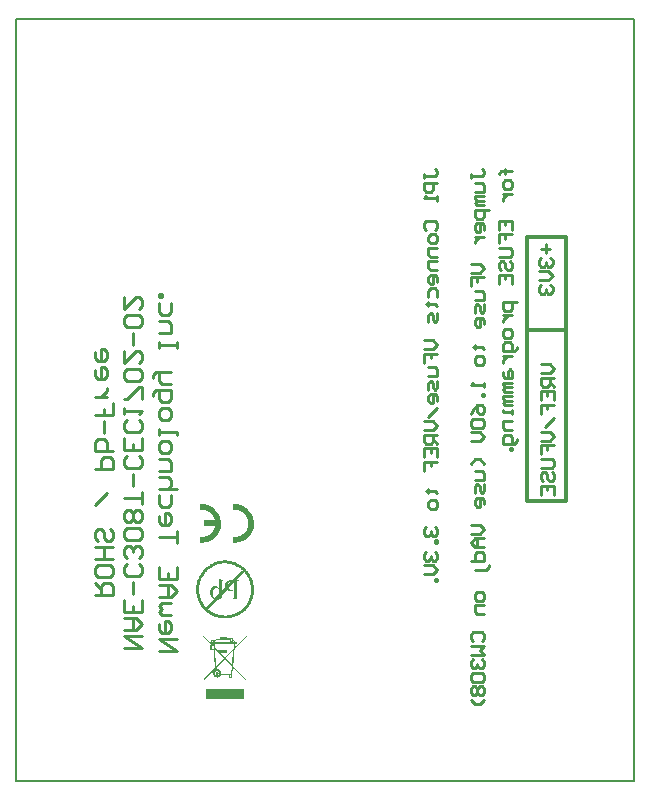
<source format=gbo>
G04*
G04 #@! TF.GenerationSoftware,Altium Limited,Altium Designer,18.1.7 (191)*
G04*
G04 Layer_Color=32896*
%FSLAX25Y25*%
%MOIN*%
G70*
G01*
G75*
%ADD13C,0.01000*%
%ADD16C,0.00500*%
%ADD67C,0.01181*%
G36*
X73541Y92377D02*
X74016Y92320D01*
X74467Y92227D01*
X74895Y92100D01*
X75300Y91961D01*
X75670Y91799D01*
X76029Y91625D01*
X76341Y91452D01*
X76631Y91278D01*
X76885Y91105D01*
X77105Y90943D01*
X77290Y90804D01*
X77429Y90677D01*
X77533Y90584D01*
X77602Y90526D01*
X77626Y90503D01*
X77961Y90144D01*
X78250Y89763D01*
X78505Y89381D01*
X78713Y88999D01*
X78898Y88606D01*
X79049Y88235D01*
X79176Y87865D01*
X79280Y87518D01*
X79350Y87194D01*
X79407Y86893D01*
X79454Y86627D01*
X79477Y86396D01*
X79488Y86292D01*
X79500Y86199D01*
Y86130D01*
X79512Y86060D01*
Y86014D01*
Y85979D01*
Y85956D01*
Y85944D01*
X79488Y85459D01*
X79431Y84984D01*
X79338Y84533D01*
X79211Y84105D01*
X79072Y83700D01*
X78910Y83330D01*
X78748Y82983D01*
X78563Y82659D01*
X78389Y82381D01*
X78227Y82126D01*
X78065Y81907D01*
X77915Y81721D01*
X77799Y81583D01*
X77707Y81467D01*
X77649Y81409D01*
X77626Y81386D01*
X77267Y81050D01*
X76885Y80761D01*
X76503Y80507D01*
X76110Y80298D01*
X75728Y80113D01*
X75346Y79963D01*
X74976Y79835D01*
X74629Y79731D01*
X74305Y79662D01*
X74004Y79604D01*
X73738Y79558D01*
X73507Y79535D01*
X73403Y79523D01*
X73310Y79512D01*
X73241D01*
X73171Y79500D01*
X72812D01*
X72708Y79512D01*
X72523D01*
X72465Y79523D01*
X72408D01*
Y81479D01*
X72627Y81455D01*
X72743Y81444D01*
X72836D01*
X72928Y81432D01*
X73055D01*
X73403Y81444D01*
X73727Y81490D01*
X74039Y81559D01*
X74340Y81640D01*
X74617Y81733D01*
X74884Y81849D01*
X75126Y81964D01*
X75346Y82092D01*
X75555Y82219D01*
X75728Y82335D01*
X75879Y82450D01*
X76006Y82543D01*
X76110Y82635D01*
X76191Y82693D01*
X76237Y82740D01*
X76249Y82751D01*
X76480Y83006D01*
X76688Y83272D01*
X76862Y83538D01*
X77012Y83816D01*
X77140Y84082D01*
X77244Y84348D01*
X77336Y84602D01*
X77406Y84845D01*
X77452Y85077D01*
X77498Y85285D01*
X77522Y85470D01*
X77545Y85632D01*
X77556Y85759D01*
X77568Y85864D01*
Y85921D01*
Y85944D01*
X77556Y86292D01*
X77510Y86616D01*
X77441Y86940D01*
X77360Y87240D01*
X77267Y87518D01*
X77151Y87784D01*
X77036Y88027D01*
X76908Y88247D01*
X76781Y88444D01*
X76665Y88617D01*
X76550Y88779D01*
X76457Y88906D01*
X76364Y88999D01*
X76307Y89080D01*
X76260Y89126D01*
X76249Y89138D01*
X75994Y89369D01*
X75728Y89578D01*
X75462Y89751D01*
X75184Y89913D01*
X74918Y90040D01*
X74652Y90144D01*
X74398Y90237D01*
X74155Y90306D01*
X73923Y90353D01*
X73715Y90399D01*
X73530Y90434D01*
X73368Y90445D01*
X73241Y90457D01*
X73137Y90468D01*
X73055D01*
X72812Y90457D01*
X72708D01*
X72604Y90445D01*
X72523Y90434D01*
X72465D01*
X72419Y90422D01*
X72408D01*
Y92366D01*
X72627Y92389D01*
X72732D01*
X72836Y92400D01*
X73055D01*
X73541Y92377D01*
D02*
G37*
G36*
X62573D02*
X63047Y92320D01*
X63499Y92227D01*
X63927Y92100D01*
X64332Y91961D01*
X64702Y91799D01*
X65049Y91625D01*
X65373Y91452D01*
X65651Y91278D01*
X65905Y91105D01*
X66125Y90943D01*
X66310Y90804D01*
X66449Y90677D01*
X66565Y90584D01*
X66623Y90526D01*
X66646Y90503D01*
X66981Y90144D01*
X67270Y89763D01*
X67525Y89381D01*
X67733Y88999D01*
X67918Y88606D01*
X68069Y88235D01*
X68196Y87865D01*
X68300Y87518D01*
X68370Y87194D01*
X68427Y86893D01*
X68474Y86627D01*
X68497Y86396D01*
X68508Y86292D01*
X68520Y86199D01*
Y86130D01*
X68532Y86060D01*
Y86014D01*
Y85979D01*
Y85956D01*
Y85944D01*
X68508Y85459D01*
X68451Y84984D01*
X68358Y84533D01*
X68231Y84105D01*
X68092Y83700D01*
X67930Y83330D01*
X67768Y82983D01*
X67583Y82659D01*
X67409Y82381D01*
X67247Y82126D01*
X67085Y81907D01*
X66935Y81721D01*
X66819Y81583D01*
X66727Y81467D01*
X66669Y81409D01*
X66646Y81386D01*
X66287Y81050D01*
X65905Y80761D01*
X65523Y80507D01*
X65142Y80298D01*
X64748Y80113D01*
X64378Y79963D01*
X64008Y79835D01*
X63661Y79731D01*
X63337Y79662D01*
X63036Y79604D01*
X62770Y79558D01*
X62538Y79535D01*
X62434Y79523D01*
X62342Y79512D01*
X62272D01*
X62203Y79500D01*
X61844D01*
X61740Y79512D01*
X61555D01*
X61497Y79523D01*
X61439D01*
X61451Y81479D01*
X61671Y81455D01*
X61775Y81444D01*
X61879D01*
X61960Y81432D01*
X62087D01*
X62376Y81444D01*
X62666Y81479D01*
X62943Y81525D01*
X63198Y81583D01*
X63452Y81664D01*
X63684Y81745D01*
X63904Y81837D01*
X64100Y81930D01*
X64285Y82022D01*
X64447Y82115D01*
X64586Y82196D01*
X64702Y82277D01*
X64794Y82335D01*
X64864Y82381D01*
X64910Y82416D01*
X64922Y82427D01*
X65142Y82624D01*
X65350Y82821D01*
X65523Y83029D01*
X65685Y83249D01*
X65836Y83457D01*
X65963Y83677D01*
X66079Y83885D01*
X66171Y84082D01*
X66252Y84267D01*
X66322Y84440D01*
X66380Y84591D01*
X66426Y84730D01*
X66461Y84834D01*
X66484Y84915D01*
X66495Y84961D01*
Y84984D01*
X62723D01*
Y86916D01*
X66495D01*
X66426Y87206D01*
X66333Y87472D01*
X66229Y87738D01*
X66114Y87981D01*
X65986Y88201D01*
X65859Y88409D01*
X65720Y88606D01*
X65593Y88779D01*
X65466Y88941D01*
X65338Y89080D01*
X65234Y89196D01*
X65130Y89288D01*
X65049Y89369D01*
X64991Y89427D01*
X64945Y89462D01*
X64933Y89473D01*
X64690Y89647D01*
X64447Y89797D01*
X64205Y89936D01*
X63961Y90052D01*
X63718Y90144D01*
X63487Y90225D01*
X63256Y90295D01*
X63036Y90341D01*
X62839Y90387D01*
X62654Y90411D01*
X62492Y90434D01*
X62353Y90457D01*
X62238D01*
X62157Y90468D01*
X62087D01*
X61844Y90457D01*
X61740D01*
X61636Y90445D01*
X61555Y90434D01*
X61497D01*
X61451Y90422D01*
X61439D01*
Y92366D01*
X61578Y92377D01*
X61694Y92389D01*
X61809D01*
X61902Y92400D01*
X62087D01*
X62573Y92377D01*
D02*
G37*
G36*
X70198Y73573D02*
X70568Y73550D01*
X70927Y73515D01*
X71274Y73457D01*
X71621Y73400D01*
X71945Y73318D01*
X72593Y73145D01*
X73194Y72925D01*
X73761Y72682D01*
X74282Y72428D01*
X74525Y72300D01*
X74756Y72162D01*
X74976Y72034D01*
X75184Y71895D01*
X75381Y71768D01*
X75566Y71641D01*
X75740Y71514D01*
X75902Y71398D01*
X76041Y71282D01*
X76168Y71178D01*
X76284Y71086D01*
X76388Y71004D01*
X76480Y70924D01*
X76550Y70866D01*
X76608Y70808D01*
X76642Y70773D01*
X76665Y70750D01*
X76677Y70738D01*
X76932Y70472D01*
X77174Y70195D01*
X77394Y69917D01*
X77614Y69628D01*
X77799Y69339D01*
X77984Y69061D01*
X78158Y68760D01*
X78308Y68471D01*
X78447Y68181D01*
X78586Y67892D01*
X78806Y67325D01*
X79002Y66782D01*
X79141Y66261D01*
X79269Y65763D01*
X79315Y65532D01*
X79350Y65312D01*
X79384Y65115D01*
X79419Y64919D01*
X79442Y64734D01*
X79454Y64572D01*
X79465Y64421D01*
X79477Y64294D01*
X79488Y64178D01*
Y64074D01*
X79500Y64005D01*
Y63947D01*
Y63912D01*
Y63901D01*
X79488Y63530D01*
X79465Y63160D01*
X79431Y62801D01*
X79373Y62454D01*
X79315Y62107D01*
X79234Y61783D01*
X79060Y61135D01*
X78841Y60534D01*
X78609Y59967D01*
X78355Y59446D01*
X78216Y59203D01*
X78088Y58972D01*
X77961Y58752D01*
X77822Y58544D01*
X77695Y58347D01*
X77568Y58162D01*
X77452Y57988D01*
X77336Y57826D01*
X77221Y57687D01*
X77117Y57560D01*
X77024Y57445D01*
X76932Y57340D01*
X76862Y57248D01*
X76793Y57178D01*
X76746Y57121D01*
X76712Y57086D01*
X76688Y57063D01*
X76677Y57051D01*
X76411Y56797D01*
X76133Y56554D01*
X75855Y56322D01*
X75566Y56114D01*
X75277Y55917D01*
X74988Y55732D01*
X74699Y55570D01*
X74409Y55408D01*
X74120Y55269D01*
X73831Y55142D01*
X73264Y54911D01*
X72708Y54725D01*
X72188Y54575D01*
X71702Y54459D01*
X71470Y54402D01*
X71251Y54367D01*
X71042Y54332D01*
X70846Y54309D01*
X70661Y54274D01*
X70499Y54263D01*
X70348Y54251D01*
X70221Y54240D01*
X70105Y54228D01*
X70001D01*
X69932Y54216D01*
X69828D01*
X69457Y54228D01*
X69087Y54251D01*
X68728Y54286D01*
X68381Y54344D01*
X68046Y54402D01*
X67710Y54483D01*
X67074Y54656D01*
X66472Y54876D01*
X65905Y55119D01*
X65385Y55374D01*
X65142Y55501D01*
X64910Y55640D01*
X64690Y55767D01*
X64482Y55894D01*
X64285Y56033D01*
X64100Y56160D01*
X63927Y56276D01*
X63765Y56392D01*
X63626Y56507D01*
X63499Y56612D01*
X63383Y56704D01*
X63279Y56785D01*
X63186Y56866D01*
X63117Y56935D01*
X63059Y56982D01*
X63024Y57016D01*
X63001Y57039D01*
X62990Y57051D01*
X62735Y57317D01*
X62492Y57595D01*
X62261Y57873D01*
X62052Y58162D01*
X61856Y58451D01*
X61671Y58740D01*
X61497Y59030D01*
X61347Y59319D01*
X61196Y59608D01*
X61069Y59897D01*
X60838Y60464D01*
X60653Y61020D01*
X60502Y61540D01*
X60386Y62026D01*
X60329Y62258D01*
X60294Y62477D01*
X60259Y62686D01*
X60224Y62882D01*
X60201Y63068D01*
X60190Y63230D01*
X60178Y63380D01*
X60167Y63507D01*
X60155Y63623D01*
X60143Y63727D01*
Y63796D01*
Y63854D01*
Y63889D01*
Y63901D01*
X60155Y64271D01*
X60178Y64641D01*
X60213Y65000D01*
X60271Y65347D01*
X60329Y65682D01*
X60409Y66018D01*
X60583Y66654D01*
X60803Y67256D01*
X61046Y67823D01*
X61300Y68343D01*
X61428Y68586D01*
X61567Y68818D01*
X61694Y69038D01*
X61833Y69246D01*
X61960Y69443D01*
X62087Y69628D01*
X62214Y69801D01*
X62330Y69963D01*
X62446Y70102D01*
X62550Y70229D01*
X62643Y70345D01*
X62723Y70449D01*
X62805Y70542D01*
X62862Y70611D01*
X62920Y70669D01*
X62955Y70704D01*
X62978Y70727D01*
X62990Y70738D01*
X63256Y70993D01*
X63533Y71236D01*
X63811Y71467D01*
X64100Y71676D01*
X64390Y71872D01*
X64667Y72057D01*
X64968Y72231D01*
X65257Y72381D01*
X65547Y72532D01*
X65836Y72659D01*
X66403Y72890D01*
X66947Y73076D01*
X67467Y73226D01*
X67965Y73342D01*
X68196Y73400D01*
X68416Y73434D01*
X68613Y73469D01*
X68809Y73504D01*
X68994Y73527D01*
X69156Y73538D01*
X69307Y73550D01*
X69434Y73562D01*
X69550Y73573D01*
X69654Y73585D01*
X69828D01*
X70198Y73573D01*
D02*
G37*
G36*
X77000Y48222D02*
X73078Y44138D01*
X72962Y43038D01*
X72719Y40366D01*
X72522Y38445D01*
X76722Y34130D01*
X76433Y33852D01*
X72488Y37901D01*
X72256Y35414D01*
X72129D01*
Y34465D01*
X71250D01*
Y35414D01*
X68531D01*
X68427Y35229D01*
X68299Y35044D01*
X68103Y34835D01*
X67848Y34662D01*
X67559Y34569D01*
X67281Y34535D01*
X66992Y34546D01*
X66784Y34604D01*
X66541Y34708D01*
X66333Y34835D01*
X66171Y34997D01*
X66009Y35229D01*
X65893Y35483D01*
X65823Y35726D01*
X65800Y35923D01*
X65823Y36166D01*
X65858Y36351D01*
X65927Y36525D01*
X66032Y36721D01*
X66147Y36883D01*
X66309Y37034D01*
X66483Y37149D01*
X66645Y37230D01*
X66622Y37439D01*
X63162Y33852D01*
X62873Y34141D01*
X66587Y37982D01*
X66286Y41338D01*
X66078Y43767D01*
X64967D01*
Y45329D01*
X65256D01*
X62445Y48222D01*
X62734Y48500D01*
X65384Y45769D01*
Y45966D01*
X65326Y46012D01*
X65256Y46058D01*
X65187Y46128D01*
X65118Y46209D01*
X65083Y46313D01*
X65048Y46405D01*
X65037Y46521D01*
X65060Y46672D01*
X65095Y46753D01*
X65199Y46914D01*
X65314Y47019D01*
X65465Y47088D01*
X65627Y47111D01*
X65789Y47088D01*
X65927Y47030D01*
X66043Y46961D01*
X66101Y46891D01*
X66205Y46984D01*
X66379Y47100D01*
X66587Y47204D01*
X66888Y47319D01*
X67212Y47412D01*
X67536Y47481D01*
X67883Y47539D01*
X68160Y47574D01*
Y47921D01*
X70382D01*
Y47620D01*
X70556D01*
X70845Y47585D01*
X71146Y47551D01*
X71435Y47504D01*
Y47690D01*
X72395D01*
Y47238D01*
X72511Y47181D01*
X72661Y47111D01*
X72835Y47007D01*
X72974Y46914D01*
X73101Y46799D01*
X73194Y46718D01*
X73251Y46637D01*
X73298Y46544D01*
X73274Y46382D01*
X73830D01*
Y45676D01*
X73217D01*
X73124Y44762D01*
X76711Y48500D01*
X77000Y48222D01*
D02*
G37*
G36*
X76155Y30647D02*
Y30589D01*
Y30508D01*
Y30427D01*
Y30335D01*
Y30254D01*
Y30196D01*
Y30184D01*
Y30173D01*
Y29791D01*
Y29606D01*
Y29432D01*
Y29293D01*
Y29178D01*
Y29131D01*
Y29097D01*
Y29085D01*
Y29074D01*
Y28854D01*
Y28657D01*
Y28472D01*
Y28310D01*
Y28171D01*
Y28078D01*
Y28009D01*
Y27997D01*
Y27986D01*
Y27824D01*
Y27708D01*
Y27616D01*
Y27558D01*
Y27523D01*
Y27512D01*
Y27500D01*
X63509D01*
Y27523D01*
Y27581D01*
Y27650D01*
Y27743D01*
Y27836D01*
Y27905D01*
Y27963D01*
Y27986D01*
Y28368D01*
Y28553D01*
Y28715D01*
Y28865D01*
Y28969D01*
Y29016D01*
Y29050D01*
Y29062D01*
Y29074D01*
Y29293D01*
Y29502D01*
Y29687D01*
Y29849D01*
Y29987D01*
Y30092D01*
Y30149D01*
Y30173D01*
Y30265D01*
Y30335D01*
Y30462D01*
Y30555D01*
Y30612D01*
Y30647D01*
Y30659D01*
Y30670D01*
X76155D01*
Y30647D01*
D02*
G37*
%LPC*%
G36*
X75624Y70403D02*
X75618Y70397D01*
X75740Y70287D01*
X75983Y70056D01*
X75624Y70403D01*
D02*
G37*
G36*
X75983Y70056D02*
X75995Y70043D01*
X76006Y70021D01*
X76041Y69986D01*
X76087Y69940D01*
X76145Y69871D01*
X76214Y69801D01*
X76295Y69709D01*
X76307Y69720D01*
X75995Y70043D01*
X75994Y70044D01*
X75983Y70056D01*
D02*
G37*
G36*
X69990Y72613D02*
X69828D01*
X69492Y72601D01*
X69168Y72590D01*
X68844Y72555D01*
X68532Y72509D01*
X67918Y72381D01*
X67340Y72219D01*
X66796Y72023D01*
X66299Y71803D01*
X65824Y71571D01*
X65396Y71340D01*
X65014Y71097D01*
X64829Y70981D01*
X64667Y70866D01*
X64517Y70750D01*
X64378Y70646D01*
X64239Y70553D01*
X64123Y70461D01*
X64019Y70368D01*
X63927Y70287D01*
X63857Y70229D01*
X63788Y70171D01*
X63742Y70114D01*
X63707Y70091D01*
X63684Y70067D01*
X63672Y70056D01*
X63441Y69813D01*
X63221Y69570D01*
X63013Y69315D01*
X62828Y69061D01*
X62654Y68806D01*
X62492Y68540D01*
X62330Y68286D01*
X62191Y68019D01*
X61948Y67499D01*
X61740Y66990D01*
X61567Y66492D01*
X61439Y66029D01*
X61323Y65578D01*
X61254Y65173D01*
X61219Y64988D01*
X61196Y64815D01*
X61173Y64653D01*
X61150Y64502D01*
X61138Y64375D01*
X61127Y64248D01*
Y64144D01*
X61115Y64062D01*
Y63993D01*
Y63947D01*
Y63912D01*
Y63901D01*
X61127Y63565D01*
X61138Y63241D01*
X61173Y62917D01*
X61219Y62605D01*
X61347Y61992D01*
X61509Y61413D01*
X61705Y60869D01*
X61925Y60360D01*
X62157Y59897D01*
X62388Y59469D01*
X62631Y59076D01*
X62747Y58902D01*
X62862Y58729D01*
X62978Y58578D01*
X63082Y58439D01*
X63175Y58312D01*
X63267Y58185D01*
X63333Y58112D01*
X66009Y60788D01*
X65870Y60881D01*
X65743Y60973D01*
X65697Y61020D01*
X65662Y61054D01*
X65639Y61066D01*
X65628Y61077D01*
X65489Y61216D01*
X65373Y61355D01*
X65269Y61506D01*
X65188Y61668D01*
X65107Y61818D01*
X65049Y61968D01*
X64956Y62269D01*
X64922Y62408D01*
X64899Y62524D01*
X64887Y62639D01*
X64876Y62744D01*
X64864Y62813D01*
Y62882D01*
Y62917D01*
Y62929D01*
Y63114D01*
X64887Y63287D01*
X64945Y63588D01*
X65026Y63866D01*
X65061Y63981D01*
X65107Y64086D01*
X65153Y64178D01*
X65200Y64259D01*
X65246Y64329D01*
X65280Y64386D01*
X65315Y64433D01*
X65338Y64468D01*
X65350Y64479D01*
X65361Y64491D01*
X65454Y64595D01*
X65558Y64687D01*
X65651Y64757D01*
X65755Y64826D01*
X65952Y64930D01*
X66125Y65000D01*
X66287Y65034D01*
X66403Y65058D01*
X66449Y65069D01*
X66518D01*
X66657Y65058D01*
X66785Y65034D01*
X66912Y64988D01*
X67039Y64930D01*
X67270Y64791D01*
X67479Y64630D01*
X67641Y64468D01*
X67710Y64398D01*
X67768Y64329D01*
X67814Y64271D01*
X67849Y64224D01*
X67872Y64201D01*
X67884Y64190D01*
Y67325D01*
X68092D01*
X69388Y66793D01*
X69318Y66631D01*
X69191Y66677D01*
X69087Y66689D01*
X69018Y66701D01*
X68994D01*
X68914Y66689D01*
X68856Y66677D01*
X68809Y66654D01*
X68798Y66643D01*
X68752Y66573D01*
X68717Y66504D01*
X68705Y66434D01*
X68694Y66423D01*
Y66411D01*
X68682Y66377D01*
Y66319D01*
X68670Y66203D01*
Y66053D01*
X68659Y65891D01*
Y65752D01*
Y65624D01*
Y65578D01*
Y65544D01*
Y65520D01*
Y65509D01*
Y63438D01*
X69804Y64595D01*
X69747Y64815D01*
X69723Y64930D01*
X69712Y65023D01*
X69700Y65115D01*
Y65185D01*
Y65231D01*
Y65243D01*
X69712Y65451D01*
X69758Y65636D01*
X69804Y65810D01*
X69874Y65948D01*
X69932Y66076D01*
X69990Y66157D01*
X70036Y66215D01*
X70047Y66238D01*
X70186Y66388D01*
X70325Y66515D01*
X70464Y66619D01*
X70591Y66701D01*
X70707Y66758D01*
X70799Y66805D01*
X70857Y66828D01*
X70880Y66839D01*
X71089Y66897D01*
X71308Y66944D01*
X71528Y66967D01*
X71748Y66990D01*
X71945Y67001D01*
X72026Y67013D01*
X72234D01*
X75618Y70397D01*
X75497Y70507D01*
X75242Y70715D01*
X74988Y70900D01*
X74722Y71074D01*
X74467Y71236D01*
X74201Y71398D01*
X73946Y71537D01*
X73426Y71780D01*
X72917Y71988D01*
X72419Y72162D01*
X71945Y72289D01*
X71505Y72404D01*
X71100Y72474D01*
X70915Y72509D01*
X70741Y72532D01*
X70579Y72555D01*
X70429Y72578D01*
X70290Y72590D01*
X70175Y72601D01*
X70070D01*
X69990Y72613D01*
D02*
G37*
G36*
X71817Y66596D02*
X71679Y66550D01*
X71551Y66504D01*
X71505Y66481D01*
X71470Y66469D01*
X71447Y66446D01*
X71436D01*
X71332Y66377D01*
X71227Y66295D01*
X71147Y66203D01*
X71077Y66122D01*
X71019Y66041D01*
X70985Y65972D01*
X70961Y65925D01*
X70950Y65914D01*
X70892Y65786D01*
X70857Y65706D01*
X70846Y65648D01*
X70834Y65624D01*
X71817Y66596D01*
D02*
G37*
G36*
X72766Y66168D02*
X70973Y64386D01*
X71031Y64294D01*
X71089Y64224D01*
X71123Y64178D01*
X71135Y64167D01*
X71274Y64039D01*
X71424Y63935D01*
X71563Y63866D01*
X71690Y63820D01*
X71806Y63796D01*
X71899Y63785D01*
X71956Y63773D01*
X71979D01*
X72084Y63785D01*
X72199Y63796D01*
X72246D01*
X72280Y63808D01*
X72315D01*
X72465Y63820D01*
X72616Y63843D01*
X72674Y63854D01*
X72720Y63866D01*
X72755Y63877D01*
X72766D01*
Y66168D01*
D02*
G37*
G36*
X66981Y64386D02*
X66889D01*
X66715Y64363D01*
X66565Y64317D01*
X66426Y64248D01*
X66299Y64167D01*
X66194Y64086D01*
X66125Y64016D01*
X66067Y63970D01*
X66056Y63947D01*
X65928Y63762D01*
X65836Y63553D01*
X65766Y63345D01*
X65720Y63137D01*
X65697Y62952D01*
X65685Y62871D01*
X65674Y62801D01*
Y62744D01*
Y62697D01*
Y62674D01*
Y62663D01*
X65685Y62350D01*
X65732Y62072D01*
X65790Y61830D01*
X65859Y61644D01*
X65940Y61494D01*
X65998Y61390D01*
X66044Y61320D01*
X66056Y61297D01*
X66125Y61193D01*
X66194Y61124D01*
X66252Y61066D01*
X66264Y61054D01*
X66276D01*
X67884Y62651D01*
Y63889D01*
X67768Y63993D01*
X67676Y64074D01*
X67583Y64132D01*
X67514Y64190D01*
X67456Y64224D01*
X67421Y64248D01*
X67398Y64271D01*
X67386D01*
X67201Y64340D01*
X67120Y64363D01*
X67039Y64375D01*
X66981Y64386D01*
D02*
G37*
G36*
X76295Y69709D02*
X73599Y67013D01*
X74583D01*
Y66839D01*
X74340D01*
X74212Y66828D01*
X74108Y66805D01*
X74004Y66770D01*
X73935Y66735D01*
X73877Y66701D01*
X73831Y66666D01*
X73808Y66643D01*
X73796Y66631D01*
X73750Y66562D01*
X73727Y66457D01*
X73703Y66330D01*
X73680Y66203D01*
Y66076D01*
X73669Y65983D01*
Y65902D01*
Y65891D01*
Y65879D01*
Y61748D01*
Y61563D01*
X73680Y61401D01*
X73692Y61286D01*
X73715Y61193D01*
X73727Y61124D01*
X73750Y61077D01*
X73761Y61054D01*
Y61043D01*
X73842Y60962D01*
X73935Y60892D01*
X74027Y60846D01*
X74120Y60823D01*
X74201Y60800D01*
X74270Y60788D01*
X74583D01*
Y60603D01*
X71841D01*
Y60788D01*
X72084D01*
X72211Y60800D01*
X72315Y60823D01*
X72408Y60846D01*
X72489Y60892D01*
X72546Y60927D01*
X72593Y60950D01*
X72616Y60973D01*
X72627Y60985D01*
X72674Y61066D01*
X72708Y61170D01*
X72732Y61297D01*
X72743Y61425D01*
X72755Y61552D01*
X72766Y61656D01*
Y61725D01*
Y61737D01*
Y61748D01*
Y63600D01*
X72639Y63577D01*
X72523Y63553D01*
X72431Y63542D01*
X72350Y63530D01*
X72280Y63519D01*
X72234Y63507D01*
X72188D01*
X71991Y63484D01*
X71899D01*
X71829Y63472D01*
X71679D01*
X71401Y63484D01*
X71147Y63530D01*
X70927Y63588D01*
X70741Y63646D01*
X70603Y63715D01*
X70499Y63762D01*
X70429Y63808D01*
X70406Y63820D01*
X68659Y62072D01*
Y61020D01*
X68508Y60927D01*
X68358Y60846D01*
X68231Y60777D01*
X68103Y60719D01*
X68011Y60672D01*
X67930Y60638D01*
X67872Y60626D01*
X67861Y60615D01*
X67722Y60568D01*
X67594Y60534D01*
X67456Y60510D01*
X67340Y60499D01*
X67247Y60487D01*
X67166Y60476D01*
X67062D01*
X64008Y57421D01*
X63661Y57745D01*
X63634Y57774D01*
X63614Y57803D01*
X63583Y57828D01*
X63634Y57774D01*
X63638Y57768D01*
X63661Y57745D01*
X63672Y57734D01*
X63915Y57502D01*
X64158Y57283D01*
X64413Y57086D01*
X64667Y56889D01*
X64922Y56716D01*
X65188Y56554D01*
X65442Y56403D01*
X65709Y56264D01*
X66229Y56021D01*
X66738Y55813D01*
X67236Y55640D01*
X67699Y55512D01*
X68150Y55397D01*
X68555Y55327D01*
X68740Y55292D01*
X68914Y55269D01*
X69075Y55246D01*
X69226Y55223D01*
X69353Y55212D01*
X69480Y55200D01*
X69585D01*
X69665Y55188D01*
X69828D01*
X70163Y55200D01*
X70487Y55223D01*
X70811Y55246D01*
X71123Y55292D01*
X71737Y55420D01*
X72303Y55582D01*
X72847Y55778D01*
X73356Y55998D01*
X73831Y56230D01*
X74259Y56461D01*
X74641Y56704D01*
X74814Y56820D01*
X74988Y56924D01*
X75138Y57039D01*
X75277Y57144D01*
X75404Y57248D01*
X75532Y57340D01*
X75636Y57421D01*
X75728Y57502D01*
X75798Y57572D01*
X75867Y57630D01*
X75913Y57676D01*
X75948Y57711D01*
X75971Y57722D01*
X75983Y57734D01*
X76214Y57977D01*
X76434Y58220D01*
X76631Y58474D01*
X76827Y58729D01*
X77001Y58995D01*
X77163Y59249D01*
X77325Y59516D01*
X77464Y59782D01*
X77707Y60302D01*
X77915Y60811D01*
X78088Y61309D01*
X78216Y61772D01*
X78320Y62223D01*
X78401Y62628D01*
X78436Y62813D01*
X78459Y62986D01*
X78482Y63148D01*
X78505Y63299D01*
X78517Y63426D01*
X78528Y63553D01*
Y63658D01*
X78540Y63739D01*
Y63808D01*
Y63854D01*
Y63889D01*
Y63901D01*
X78528Y64236D01*
X78505Y64560D01*
X78482Y64884D01*
X78424Y65196D01*
X78308Y65810D01*
X78135Y66388D01*
X77950Y66932D01*
X77730Y67429D01*
X77498Y67904D01*
X77255Y68332D01*
X77024Y68714D01*
X76908Y68899D01*
X76793Y69061D01*
X76677Y69211D01*
X76573Y69350D01*
X76480Y69489D01*
X76376Y69605D01*
X76295Y69709D01*
D02*
G37*
G36*
X63333Y58112D02*
X63325Y58104D01*
X63502Y57915D01*
X63499Y57919D01*
X63441Y57988D01*
X63360Y58081D01*
X63333Y58112D01*
D02*
G37*
G36*
X63502Y57915D02*
X63556Y57849D01*
X63583Y57828D01*
X63502Y57915D01*
D02*
G37*
G36*
X69965Y47528D02*
X68554D01*
Y47296D01*
X69965D01*
Y47528D01*
D02*
G37*
G36*
X70382Y47204D02*
Y46891D01*
X68160D01*
Y47157D01*
X67698Y47088D01*
X67281Y46984D01*
X66934Y46891D01*
X66656Y46764D01*
X66437Y46637D01*
X66275Y46486D01*
Y46382D01*
X71435D01*
Y47065D01*
X71122Y47123D01*
X70775Y47169D01*
X70382Y47204D01*
D02*
G37*
G36*
X72002Y47296D02*
X71840D01*
Y46764D01*
X71990D01*
X72002Y47296D01*
D02*
G37*
G36*
X72395Y46776D02*
Y46382D01*
X72869D01*
X72881Y46452D01*
X72765Y46567D01*
X72615Y46672D01*
X72395Y46776D01*
D02*
G37*
G36*
X65684Y46706D02*
X65650D01*
X65580Y46695D01*
X65534Y46672D01*
X65488Y46648D01*
X65465Y46614D01*
X65442Y46544D01*
Y46521D01*
Y46510D01*
X65453Y46440D01*
X65476Y46394D01*
X65511Y46359D01*
X65546Y46336D01*
X65615Y46313D01*
X65650D01*
X65719Y46324D01*
X65766Y46347D01*
X65800Y46371D01*
X65823Y46417D01*
X65847Y46475D01*
Y46498D01*
Y46510D01*
X65835Y46579D01*
X65812Y46625D01*
X65789Y46660D01*
X65742Y46683D01*
X65684Y46706D01*
D02*
G37*
G36*
X66147Y44936D02*
X65372D01*
Y44172D01*
X66147D01*
Y44936D01*
D02*
G37*
G36*
X70023Y43189D02*
X67941D01*
Y43062D01*
X70023D01*
Y43189D01*
D02*
G37*
G36*
X72812Y45676D02*
X66333D01*
X66367Y45329D01*
X66541D01*
Y44589D01*
X67513Y43594D01*
X70428D01*
Y42668D01*
X68415D01*
X69757Y41280D01*
X72684Y44323D01*
X72812Y45676D01*
D02*
G37*
G36*
X72627Y43675D02*
X70035Y40991D01*
X72164Y38804D01*
X72627Y43675D01*
D02*
G37*
G36*
X66541Y44010D02*
Y43767D01*
X66494D01*
X66957Y38376D01*
X69480Y40991D01*
X67848Y42668D01*
X67513D01*
Y43004D01*
X66541Y44010D01*
D02*
G37*
G36*
X69757Y40701D02*
X67004Y37844D01*
X67050Y37346D01*
X67235Y37358D01*
X67443Y37346D01*
X67698Y37277D01*
X67941Y37149D01*
X68126Y37022D01*
X68299Y36849D01*
X68450Y36629D01*
X68577Y36351D01*
X68635Y36039D01*
X68623Y35830D01*
X71886D01*
X72118Y38272D01*
X69757Y40701D01*
D02*
G37*
G36*
X67293Y36652D02*
X67223D01*
X67096Y36640D01*
X66992Y36617D01*
X66899Y36582D01*
X66818Y36548D01*
X66749Y36490D01*
X66703Y36432D01*
X66610Y36305D01*
X66564Y36166D01*
X66541Y36062D01*
X66529Y36015D01*
Y35981D01*
Y35958D01*
Y35946D01*
X66541Y35819D01*
X66564Y35715D01*
X66599Y35622D01*
X66633Y35541D01*
X66691Y35483D01*
X66749Y35425D01*
X66876Y35344D01*
X67004Y35287D01*
X67119Y35263D01*
X67154Y35252D01*
X67223D01*
X67351Y35263D01*
X67455Y35287D01*
X67547Y35321D01*
X67628Y35356D01*
X67698Y35414D01*
X67756Y35472D01*
X67837Y35599D01*
X67894Y35726D01*
X67918Y35842D01*
X67929Y35877D01*
Y35911D01*
Y35934D01*
Y35946D01*
X67918Y36073D01*
X67894Y36178D01*
X67860Y36270D01*
X67813Y36351D01*
X67767Y36421D01*
X67709Y36478D01*
X67571Y36559D01*
X67443Y36617D01*
X67327Y36640D01*
X67293Y36652D01*
D02*
G37*
G36*
X71736Y35425D02*
X71643D01*
Y34859D01*
X71736D01*
Y35425D01*
D02*
G37*
%LPD*%
G36*
X67385Y36397D02*
X67501Y36351D01*
X67582Y36270D01*
X67640Y36189D01*
X67675Y36097D01*
X67686Y36015D01*
X67698Y35969D01*
Y35946D01*
X67675Y35796D01*
X67628Y35680D01*
X67547Y35599D01*
X67455Y35541D01*
X67374Y35506D01*
X67293Y35495D01*
X67247Y35483D01*
X67223D01*
X67073Y35506D01*
X66957Y35553D01*
X66876Y35634D01*
X66818Y35715D01*
X66784Y35796D01*
X66772Y35877D01*
X66761Y35923D01*
Y35946D01*
X66784Y36108D01*
X66830Y36224D01*
X66911Y36305D01*
X66992Y36363D01*
X67073Y36397D01*
X67154Y36409D01*
X67200Y36421D01*
X67223D01*
X67385Y36397D01*
D02*
G37*
%LPC*%
G36*
X67235Y36015D02*
X67223D01*
X67177Y36004D01*
X67165Y35981D01*
X67154Y35958D01*
Y35946D01*
X67165Y35911D01*
X67189Y35888D01*
X67212Y35877D01*
X67223D01*
X67258Y35888D01*
X67281Y35911D01*
X67293Y35934D01*
Y35946D01*
X67281Y35992D01*
X67258Y36004D01*
X67235Y36015D01*
D02*
G37*
%LPD*%
D13*
X136108Y201001D02*
Y202501D01*
Y201751D01*
X139856D01*
X140606Y202501D01*
Y203250D01*
X139856Y204000D01*
X140606Y199501D02*
X136108D01*
Y197252D01*
X136857Y196502D01*
X138357D01*
X139107Y197252D01*
Y199501D01*
X140606Y195003D02*
Y193503D01*
Y194253D01*
X136108D01*
X136857Y195003D01*
Y183756D02*
X136108Y184506D01*
Y186006D01*
X136857Y186756D01*
X139856D01*
X140606Y186006D01*
Y184506D01*
X139856Y183756D01*
X140606Y181507D02*
Y180008D01*
X139856Y179258D01*
X138357D01*
X137607Y180008D01*
Y181507D01*
X138357Y182257D01*
X139856D01*
X140606Y181507D01*
Y177759D02*
X137607D01*
Y175509D01*
X138357Y174759D01*
X140606D01*
Y173260D02*
X137607D01*
Y171011D01*
X138357Y170261D01*
X140606D01*
Y166512D02*
Y168012D01*
X139856Y168761D01*
X138357D01*
X137607Y168012D01*
Y166512D01*
X138357Y165762D01*
X139107D01*
Y168761D01*
X137607Y161264D02*
Y163513D01*
X138357Y164263D01*
X139856D01*
X140606Y163513D01*
Y161264D01*
X136857Y159014D02*
X137607D01*
Y159764D01*
Y158265D01*
Y159014D01*
X139856D01*
X140606Y158265D01*
Y156016D02*
Y153766D01*
X139856Y153016D01*
X139107Y153766D01*
Y155266D01*
X138357Y156016D01*
X137607Y155266D01*
Y153016D01*
X136108Y147018D02*
X139107D01*
X140606Y145519D01*
X139107Y144019D01*
X136108D01*
Y139521D02*
Y142520D01*
X138357D01*
Y141020D01*
Y142520D01*
X140606D01*
X137607Y138021D02*
X139856D01*
X140606Y137271D01*
Y135022D01*
X137607D01*
X140606Y133523D02*
Y131273D01*
X139856Y130524D01*
X139107Y131273D01*
Y132773D01*
X138357Y133523D01*
X137607Y132773D01*
Y130524D01*
X140606Y126775D02*
Y128274D01*
X139856Y129024D01*
X138357D01*
X137607Y128274D01*
Y126775D01*
X138357Y126025D01*
X139107D01*
Y129024D01*
X140606Y124526D02*
X137607Y121527D01*
X136108Y120027D02*
X139107D01*
X140606Y118527D01*
X139107Y117028D01*
X136108D01*
X140606Y115529D02*
X136108D01*
Y113279D01*
X136857Y112530D01*
X138357D01*
X139107Y113279D01*
Y115529D01*
Y114029D02*
X140606Y112530D01*
X136108Y108031D02*
Y111030D01*
X140606D01*
Y108031D01*
X138357Y111030D02*
Y109530D01*
X136108Y103532D02*
Y106531D01*
X138357D01*
Y105032D01*
Y106531D01*
X140606D01*
X136857Y96785D02*
X137607D01*
Y97534D01*
Y96035D01*
Y96785D01*
X139856D01*
X140606Y96035D01*
Y93036D02*
Y91536D01*
X139856Y90786D01*
X138357D01*
X137607Y91536D01*
Y93036D01*
X138357Y93786D01*
X139856D01*
X140606Y93036D01*
X136857Y84788D02*
X136108Y84039D01*
Y82539D01*
X136857Y81789D01*
X137607D01*
X138357Y82539D01*
Y83289D01*
Y82539D01*
X139107Y81789D01*
X139856D01*
X140606Y82539D01*
Y84039D01*
X139856Y84788D01*
X140606Y80290D02*
X139856D01*
Y79540D01*
X140606D01*
Y80290D01*
X136857Y76541D02*
X136108Y75791D01*
Y74292D01*
X136857Y73542D01*
X137607D01*
X138357Y74292D01*
Y75042D01*
Y74292D01*
X139107Y73542D01*
X139856D01*
X140606Y74292D01*
Y75791D01*
X139856Y76541D01*
X136108Y72043D02*
X139107D01*
X140606Y70543D01*
X139107Y69043D01*
X136108D01*
X140606Y67544D02*
X139856D01*
Y66794D01*
X140606D01*
Y67544D01*
X151704Y201001D02*
Y202501D01*
Y201751D01*
X155453D01*
X156203Y202501D01*
Y203250D01*
X155453Y204000D01*
X153204Y199501D02*
X155453D01*
X156203Y198752D01*
Y196502D01*
X153204D01*
X156203Y195003D02*
X153204D01*
Y194253D01*
X153953Y193503D01*
X156203D01*
X153953D01*
X153204Y192754D01*
X153953Y192004D01*
X156203D01*
X157702Y190504D02*
X153204D01*
Y188255D01*
X153953Y187505D01*
X155453D01*
X156203Y188255D01*
Y190504D01*
Y183756D02*
Y185256D01*
X155453Y186006D01*
X153953D01*
X153204Y185256D01*
Y183756D01*
X153953Y183007D01*
X154703D01*
Y186006D01*
X153204Y181507D02*
X156203D01*
X154703D01*
X153953Y180757D01*
X153204Y180008D01*
Y179258D01*
X151704Y172510D02*
X154703D01*
X156203Y171011D01*
X154703Y169511D01*
X151704D01*
Y165013D02*
Y168012D01*
X153953D01*
Y166512D01*
Y168012D01*
X156203D01*
X153204Y163513D02*
X155453D01*
X156203Y162763D01*
Y160514D01*
X153204D01*
X156203Y159014D02*
Y156765D01*
X155453Y156016D01*
X154703Y156765D01*
Y158265D01*
X153953Y159014D01*
X153204Y158265D01*
Y156016D01*
X156203Y152267D02*
Y153766D01*
X155453Y154516D01*
X153953D01*
X153204Y153766D01*
Y152267D01*
X153953Y151517D01*
X154703D01*
Y154516D01*
X152454Y144769D02*
X153204D01*
Y145519D01*
Y144019D01*
Y144769D01*
X155453D01*
X156203Y144019D01*
Y141020D02*
Y139521D01*
X155453Y138771D01*
X153953D01*
X153204Y139521D01*
Y141020D01*
X153953Y141770D01*
X155453D01*
X156203Y141020D01*
Y132773D02*
Y131273D01*
Y132023D01*
X151704D01*
X152454Y132773D01*
X156203Y129024D02*
X155453D01*
Y128274D01*
X156203D01*
Y129024D01*
X151704Y122276D02*
X152454Y123776D01*
X153953Y125275D01*
X155453D01*
X156203Y124526D01*
Y123026D01*
X155453Y122276D01*
X154703D01*
X153953Y123026D01*
Y125275D01*
X152454Y120777D02*
X151704Y120027D01*
Y118528D01*
X152454Y117778D01*
X155453D01*
X156203Y118528D01*
Y120027D01*
X155453Y120777D01*
X152454D01*
X151704Y116278D02*
X154703D01*
X156203Y114779D01*
X154703Y113279D01*
X151704D01*
X156203Y105782D02*
X154703Y107281D01*
X153204D01*
X151704Y105782D01*
X153204Y103532D02*
X155453D01*
X156203Y102783D01*
Y100533D01*
X153204D01*
X156203Y99034D02*
Y96785D01*
X155453Y96035D01*
X154703Y96785D01*
Y98284D01*
X153953Y99034D01*
X153204Y98284D01*
Y96035D01*
X156203Y92286D02*
Y93786D01*
X155453Y94535D01*
X153953D01*
X153204Y93786D01*
Y92286D01*
X153953Y91536D01*
X154703D01*
Y94535D01*
X151704Y85538D02*
X154703D01*
X156203Y84039D01*
X154703Y82539D01*
X151704D01*
X156203Y81040D02*
X153204D01*
X151704Y79540D01*
X153204Y78041D01*
X156203D01*
X153953D01*
Y81040D01*
X151704Y73542D02*
X156203D01*
Y75791D01*
X155453Y76541D01*
X153953D01*
X153204Y75791D01*
Y73542D01*
X157702Y72043D02*
Y71293D01*
X156953Y70543D01*
X153204D01*
X156203Y62296D02*
Y60796D01*
X155453Y60046D01*
X153953D01*
X153204Y60796D01*
Y62296D01*
X153953Y63045D01*
X155453D01*
X156203Y62296D01*
Y58547D02*
X153204D01*
Y56298D01*
X153953Y55548D01*
X156203D01*
X152454Y46551D02*
X151704Y47300D01*
Y48800D01*
X152454Y49550D01*
X155453D01*
X156203Y48800D01*
Y47300D01*
X155453Y46551D01*
X151704Y45051D02*
X156203D01*
X154703Y43552D01*
X156203Y42052D01*
X151704D01*
X152454Y40553D02*
X151704Y39803D01*
Y38303D01*
X152454Y37554D01*
X153204D01*
X153953Y38303D01*
Y39053D01*
Y38303D01*
X154703Y37554D01*
X155453D01*
X156203Y38303D01*
Y39803D01*
X155453Y40553D01*
X152454Y36054D02*
X151704Y35304D01*
Y33805D01*
X152454Y33055D01*
X155453D01*
X156203Y33805D01*
Y35304D01*
X155453Y36054D01*
X152454D01*
Y31556D02*
X151704Y30806D01*
Y29306D01*
X152454Y28557D01*
X153204D01*
X153953Y29306D01*
X154703Y28557D01*
X155453D01*
X156203Y29306D01*
Y30806D01*
X155453Y31556D01*
X154703D01*
X153953Y30806D01*
X153204Y31556D01*
X152454D01*
X153953Y30806D02*
Y29306D01*
X156203Y27057D02*
X154703Y25558D01*
X153204D01*
X151704Y27057D01*
X165500Y203250D02*
X161752D01*
X163251D01*
Y204000D01*
Y202501D01*
Y203250D01*
X161752D01*
X161002Y202501D01*
X165500Y199501D02*
Y198002D01*
X164751Y197252D01*
X163251D01*
X162501Y198002D01*
Y199501D01*
X163251Y200251D01*
X164751D01*
X165500Y199501D01*
X162501Y195753D02*
X165500D01*
X164001D01*
X163251Y195003D01*
X162501Y194253D01*
Y193503D01*
X161002Y183756D02*
Y186756D01*
X165500D01*
Y183756D01*
X163251Y186756D02*
Y185256D01*
X161002Y179258D02*
Y182257D01*
X163251D01*
Y180757D01*
Y182257D01*
X165500D01*
X161002Y177759D02*
X164751D01*
X165500Y177009D01*
Y175509D01*
X164751Y174759D01*
X161002D01*
X161752Y170261D02*
X161002Y171011D01*
Y172510D01*
X161752Y173260D01*
X162501D01*
X163251Y172510D01*
Y171011D01*
X164001Y170261D01*
X164751D01*
X165500Y171011D01*
Y172510D01*
X164751Y173260D01*
X161002Y165762D02*
Y168761D01*
X165500D01*
Y165762D01*
X163251Y168761D02*
Y167262D01*
X167000Y159764D02*
X162501D01*
Y157515D01*
X163251Y156765D01*
X164751D01*
X165500Y157515D01*
Y159764D01*
X162501Y155266D02*
X165500D01*
X164001D01*
X163251Y154516D01*
X162501Y153766D01*
Y153016D01*
X165500Y150017D02*
Y148518D01*
X164751Y147768D01*
X163251D01*
X162501Y148518D01*
Y150017D01*
X163251Y150767D01*
X164751D01*
X165500Y150017D01*
X167000Y144769D02*
Y144019D01*
X166250Y143270D01*
X162501D01*
Y145519D01*
X163251Y146269D01*
X164751D01*
X165500Y145519D01*
Y143270D01*
X162501Y141770D02*
X165500D01*
X164001D01*
X163251Y141020D01*
X162501Y140270D01*
Y139521D01*
Y136522D02*
Y135022D01*
X163251Y134273D01*
X165500D01*
Y136522D01*
X164751Y137271D01*
X164001Y136522D01*
Y134273D01*
X165500Y132773D02*
X162501D01*
Y132023D01*
X163251Y131273D01*
X165500D01*
X163251D01*
X162501Y130524D01*
X163251Y129774D01*
X165500D01*
Y128274D02*
X162501D01*
Y127525D01*
X163251Y126775D01*
X165500D01*
X163251D01*
X162501Y126025D01*
X163251Y125275D01*
X165500D01*
Y123776D02*
Y122276D01*
Y123026D01*
X162501D01*
Y123776D01*
X165500Y120027D02*
X162501D01*
Y117778D01*
X163251Y117028D01*
X165500D01*
X167000Y114029D02*
Y113279D01*
X166250Y112530D01*
X162501D01*
Y114779D01*
X163251Y115529D01*
X164751D01*
X165500Y114779D01*
Y112530D01*
Y111030D02*
X164751D01*
Y110280D01*
X165500D01*
Y111030D01*
X47695Y43500D02*
X53693D01*
X47695Y47499D01*
X53693D01*
X47695Y52497D02*
Y50498D01*
X48694Y49498D01*
X50694D01*
X51693Y50498D01*
Y52497D01*
X50694Y53497D01*
X49694D01*
Y49498D01*
X51693Y55496D02*
X48694D01*
X47695Y56496D01*
X48694Y57495D01*
X47695Y58495D01*
X48694Y59495D01*
X51693D01*
X47695Y61494D02*
X51693D01*
X53693Y63494D01*
X51693Y65493D01*
X47695D01*
X50694D01*
Y61494D01*
X53693Y71491D02*
Y67492D01*
X47695D01*
Y71491D01*
X50694Y67492D02*
Y69492D01*
X53693Y79488D02*
Y83487D01*
Y81488D01*
X47695D01*
Y88485D02*
Y86486D01*
X48694Y85486D01*
X50694D01*
X51693Y86486D01*
Y88485D01*
X50694Y89485D01*
X49694D01*
Y85486D01*
X51693Y95483D02*
Y92484D01*
X50694Y91484D01*
X48694D01*
X47695Y92484D01*
Y95483D01*
X53693Y97483D02*
X47695D01*
X50694D01*
X51693Y98482D01*
Y100482D01*
X50694Y101481D01*
X47695D01*
Y103481D02*
X51693D01*
Y106480D01*
X50694Y107479D01*
X47695D01*
Y110478D02*
Y112478D01*
X48694Y113477D01*
X50694D01*
X51693Y112478D01*
Y110478D01*
X50694Y109479D01*
X48694D01*
X47695Y110478D01*
Y115477D02*
Y117476D01*
Y116476D01*
X53693D01*
Y115477D01*
X47695Y121475D02*
Y123474D01*
X48694Y124474D01*
X50694D01*
X51693Y123474D01*
Y121475D01*
X50694Y120475D01*
X48694D01*
X47695Y121475D01*
X45695Y128472D02*
Y129472D01*
X46695Y130472D01*
X51693D01*
Y127473D01*
X50694Y126473D01*
X48694D01*
X47695Y127473D01*
Y130472D01*
X51693Y132471D02*
X48694D01*
X47695Y133471D01*
Y136470D01*
X46695D01*
X45695Y135470D01*
Y134471D01*
X47695Y136470D02*
X51693D01*
X53693Y144467D02*
Y146467D01*
Y145467D01*
X47695D01*
Y144467D01*
Y146467D01*
Y149466D02*
X51693D01*
Y152465D01*
X50694Y153464D01*
X47695D01*
X51693Y159462D02*
Y156464D01*
X50694Y155464D01*
X48694D01*
X47695Y156464D01*
Y159462D01*
Y161462D02*
X48694D01*
Y162461D01*
X47695D01*
Y161462D01*
X36098Y44500D02*
X42096D01*
X36098Y48498D01*
X42096D01*
X36098Y50498D02*
X40096D01*
X42096Y52497D01*
X40096Y54497D01*
X36098D01*
X39097D01*
Y50498D01*
X42096Y60495D02*
Y56496D01*
X36098D01*
Y60495D01*
X39097Y56496D02*
Y58495D01*
Y62494D02*
Y66493D01*
X41096Y72491D02*
X42096Y71491D01*
Y69492D01*
X41096Y68492D01*
X37097D01*
X36098Y69492D01*
Y71491D01*
X37097Y72491D01*
X41096Y74490D02*
X42096Y75490D01*
Y77489D01*
X41096Y78489D01*
X40096D01*
X39097Y77489D01*
Y76489D01*
Y77489D01*
X38097Y78489D01*
X37097D01*
X36098Y77489D01*
Y75490D01*
X37097Y74490D01*
X41096Y80488D02*
X42096Y81488D01*
Y83487D01*
X41096Y84487D01*
X37097D01*
X36098Y83487D01*
Y81488D01*
X37097Y80488D01*
X41096D01*
Y86486D02*
X42096Y87486D01*
Y89485D01*
X41096Y90485D01*
X40096D01*
X39097Y89485D01*
X38097Y90485D01*
X37097D01*
X36098Y89485D01*
Y87486D01*
X37097Y86486D01*
X38097D01*
X39097Y87486D01*
X40096Y86486D01*
X41096D01*
X39097Y87486D02*
Y89485D01*
X42096Y92484D02*
Y96483D01*
Y94484D01*
X36098D01*
X39097Y98482D02*
Y102481D01*
X41096Y108479D02*
X42096Y107479D01*
Y105480D01*
X41096Y104480D01*
X37097D01*
X36098Y105480D01*
Y107479D01*
X37097Y108479D01*
X42096Y114477D02*
Y110478D01*
X36098D01*
Y114477D01*
X39097Y110478D02*
Y112478D01*
X41096Y120475D02*
X42096Y119475D01*
Y117476D01*
X41096Y116476D01*
X37097D01*
X36098Y117476D01*
Y119475D01*
X37097Y120475D01*
X36098Y122475D02*
Y124474D01*
Y123474D01*
X42096D01*
X41096Y122475D01*
X42096Y127473D02*
Y131472D01*
X41096D01*
X37097Y127473D01*
X36098D01*
X41096Y133471D02*
X42096Y134471D01*
Y136470D01*
X41096Y137470D01*
X37097D01*
X36098Y136470D01*
Y134471D01*
X37097Y133471D01*
X41096D01*
X36098Y143468D02*
Y139469D01*
X40096Y143468D01*
X41096D01*
X42096Y142468D01*
Y140469D01*
X41096Y139469D01*
X39097Y145467D02*
Y149466D01*
X41096Y151465D02*
X42096Y152465D01*
Y154464D01*
X41096Y155464D01*
X37097D01*
X36098Y154464D01*
Y152465D01*
X37097Y151465D01*
X41096D01*
X36098Y161462D02*
Y157463D01*
X40096Y161462D01*
X41096D01*
X42096Y160462D01*
Y158463D01*
X41096Y157463D01*
X26500Y61994D02*
X32498D01*
Y64993D01*
X31498Y65993D01*
X29499D01*
X28499Y64993D01*
Y61994D01*
Y63993D02*
X26500Y65993D01*
X32498Y70991D02*
Y68992D01*
X31498Y67992D01*
X27500D01*
X26500Y68992D01*
Y70991D01*
X27500Y71991D01*
X31498D01*
X32498Y70991D01*
Y73990D02*
X26500D01*
X29499D01*
Y77989D01*
X32498D01*
X26500D01*
X31498Y83987D02*
X32498Y82987D01*
Y80988D01*
X31498Y79988D01*
X30499D01*
X29499Y80988D01*
Y82987D01*
X28499Y83987D01*
X27500D01*
X26500Y82987D01*
Y80988D01*
X27500Y79988D01*
X26500Y91984D02*
X30499Y95983D01*
X26500Y103980D02*
X32498D01*
Y106980D01*
X31498Y107979D01*
X29499D01*
X28499Y106980D01*
Y103980D01*
X32498Y109978D02*
X26500D01*
Y112978D01*
X27500Y113977D01*
X28499D01*
X29499D01*
X30499Y112978D01*
Y109978D01*
X29499Y115977D02*
Y119975D01*
X32498Y125973D02*
Y121975D01*
X29499D01*
Y123974D01*
Y121975D01*
X26500D01*
X30499Y127973D02*
X26500D01*
X28499D01*
X29499Y128972D01*
X30499Y129972D01*
Y130972D01*
X26500Y136970D02*
Y134970D01*
X27500Y133971D01*
X29499D01*
X30499Y134970D01*
Y136970D01*
X29499Y137970D01*
X28499D01*
Y133971D01*
X26500Y142968D02*
Y140969D01*
X27500Y139969D01*
X29499D01*
X30499Y140969D01*
Y142968D01*
X29499Y143967D01*
X28499D01*
Y139969D01*
X176751Y179000D02*
Y176001D01*
X175251Y177500D02*
X178250D01*
X175251Y174501D02*
X174501Y173752D01*
Y172252D01*
X175251Y171502D01*
X176001D01*
X176751Y172252D01*
Y173002D01*
Y172252D01*
X177500Y171502D01*
X178250D01*
X179000Y172252D01*
Y173752D01*
X178250Y174501D01*
X174501Y170003D02*
X177500D01*
X179000Y168503D01*
X177500Y167004D01*
X174501D01*
X175251Y165504D02*
X174501Y164755D01*
Y163255D01*
X175251Y162505D01*
X176001D01*
X176751Y163255D01*
Y164005D01*
Y163255D01*
X177500Y162505D01*
X178250D01*
X179000Y163255D01*
Y164755D01*
X178250Y165504D01*
X175001Y139000D02*
X178000D01*
X179500Y137501D01*
X178000Y136001D01*
X175001D01*
X179500Y134501D02*
X175001D01*
Y132252D01*
X175751Y131502D01*
X177251D01*
X178000Y132252D01*
Y134501D01*
Y133002D02*
X179500Y131502D01*
X175001Y127004D02*
Y130003D01*
X179500D01*
Y127004D01*
X177251Y130003D02*
Y128503D01*
X175001Y122505D02*
Y125504D01*
X177251D01*
Y124005D01*
Y125504D01*
X179500D01*
Y121006D02*
X176501Y118007D01*
X175001Y116507D02*
X178000D01*
X179500Y115008D01*
X178000Y113508D01*
X175001D01*
Y109010D02*
Y112009D01*
X177251D01*
Y110509D01*
Y112009D01*
X179500D01*
X175001Y107510D02*
X178750D01*
X179500Y106760D01*
Y105261D01*
X178750Y104511D01*
X175001D01*
X175751Y100013D02*
X175001Y100762D01*
Y102262D01*
X175751Y103012D01*
X176501D01*
X177251Y102262D01*
Y100762D01*
X178000Y100013D01*
X178750D01*
X179500Y100762D01*
Y102262D01*
X178750Y103012D01*
X175001Y95514D02*
Y98513D01*
X179500D01*
Y95514D01*
X177251Y98513D02*
Y97013D01*
D16*
X232Y-7D02*
Y253993D01*
X206232D01*
Y-7D02*
Y253993D01*
X232Y-7D02*
X206232D01*
D67*
X183500Y150500D02*
Y181500D01*
X170500D02*
X183500D01*
X170500Y150500D02*
Y181500D01*
Y150500D02*
X183500D01*
Y93500D02*
Y150500D01*
X170500Y93500D02*
X183500D01*
X170500D02*
Y150500D01*
X183500D01*
M02*

</source>
